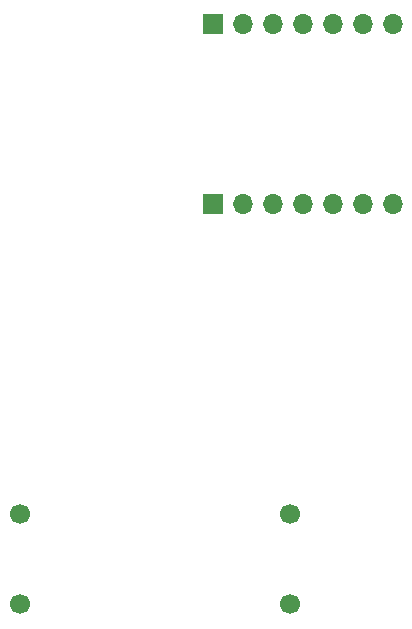
<source format=gbr>
%TF.GenerationSoftware,KiCad,Pcbnew,8.0.8*%
%TF.CreationDate,2025-02-26T13:49:19-08:00*%
%TF.ProjectId,pLUFsPCB,704c5546-7350-4434-922e-6b696361645f,1*%
%TF.SameCoordinates,Original*%
%TF.FileFunction,Soldermask,Bot*%
%TF.FilePolarity,Negative*%
%FSLAX46Y46*%
G04 Gerber Fmt 4.6, Leading zero omitted, Abs format (unit mm)*
G04 Created by KiCad (PCBNEW 8.0.8) date 2025-02-26 13:49:19*
%MOMM*%
%LPD*%
G01*
G04 APERTURE LIST*
%ADD10C,1.700000*%
%ADD11R,1.700000X1.700000*%
%ADD12O,1.700000X1.700000*%
G04 APERTURE END LIST*
D10*
%TO.C,M1*%
X101045000Y-126290000D03*
X101045000Y-133910000D03*
X123905000Y-133910000D03*
X123905000Y-126290000D03*
%TD*%
D11*
%TO.C,J1*%
X117370000Y-100086000D03*
D12*
X119910000Y-100086000D03*
X122450000Y-100086000D03*
X124990000Y-100086000D03*
X127530000Y-100086000D03*
X130070000Y-100086000D03*
X132610000Y-100086000D03*
%TD*%
D11*
%TO.C,J2*%
X117370000Y-84836000D03*
D12*
X119910000Y-84836000D03*
X122450000Y-84836000D03*
X124990000Y-84836000D03*
X127530000Y-84836000D03*
X130070000Y-84836000D03*
X132610000Y-84836000D03*
%TD*%
M02*

</source>
